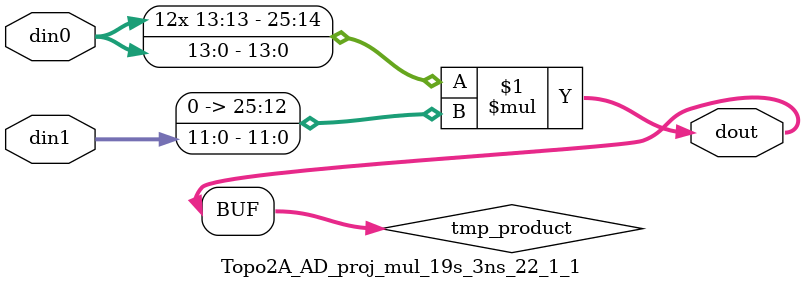
<source format=v>

`timescale 1 ns / 1 ps

 (* use_dsp = "no" *)  module Topo2A_AD_proj_mul_19s_3ns_22_1_1(din0, din1, dout);
parameter ID = 1;
parameter NUM_STAGE = 0;
parameter din0_WIDTH = 14;
parameter din1_WIDTH = 12;
parameter dout_WIDTH = 26;

input [din0_WIDTH - 1 : 0] din0; 
input [din1_WIDTH - 1 : 0] din1; 
output [dout_WIDTH - 1 : 0] dout;

wire signed [dout_WIDTH - 1 : 0] tmp_product;


























assign tmp_product = $signed(din0) * $signed({1'b0, din1});









assign dout = tmp_product;





















endmodule

</source>
